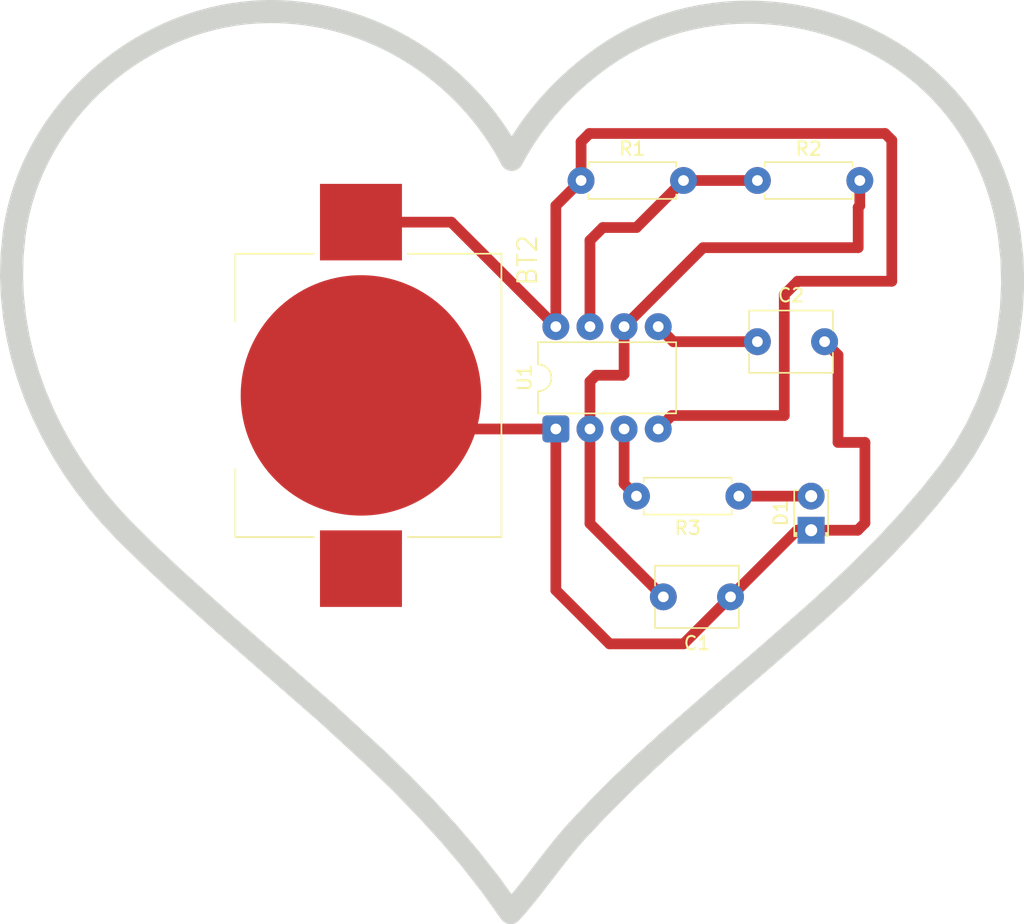
<source format=kicad_pcb>
(kicad_pcb (version 20241229) (generator "pcbnew") (generator_version "9.0")
  (layers (0 "F.Cu" signal) (2 "B.Cu" signal) (13 "F.Paste" user) (15 "B.Paste" user) (5 "F.SilkS" user "F.Silkscreen") (7 "B.SilkS" user "B.Silkscreen") (1 "F.Mask" user) (3 "B.Mask" user) (25 "Edge.Cuts" user))
  (net 0 "")
  (net 1 "GND")
  (net 2 "+3V0")
  (net 3 "Net-(U1-THR)")
  (net 4 "Net-(U1-CV)")
  (net 5 "Net-(D1-A)")
  (net 6 "Net-(U1-DIS)")
  (net 7 "Net-(U1-Q)")
  (footprint "Capacitor_THT:C_Disc_D6.0mm_W4.4mm_P5.00mm" (layer "F.Cu") (at 143 87.5)
    (property "Reference" "C2" (at 2.5 -3.45 0) (layer "F.SilkS"))
    (property "Value" "10n")
    (fp_line (start -0.62 -2.32) (end 5.62 -2.32) (stroke (width 0.12)) (layer "F.SilkS"))
    (fp_line (start -0.62 -0.835) (end -0.62 -2.32) (stroke (width 0.12)) (layer "F.SilkS"))
    (fp_line (start -0.62 2.32) (end -0.62 0.835) (stroke (width 0.12)) (layer "F.SilkS"))
    (fp_line (start 5.62 -2.32) (end 5.62 -0.835) (stroke (width 0.12)) (layer "F.SilkS"))
    (fp_line (start 5.62 0.835) (end 5.62 2.32) (stroke (width 0.12)) (layer "F.SilkS"))
    (fp_line (start 5.62 2.32) (end -0.62 2.32) (stroke (width 0.12)) (layer "F.SilkS"))
    (pad "1" thru_hole circle (at 0 0) (size 2 2) (drill 0.8) (layers "*.Cu" "*.Mask") (net 4 "Net-(U1-CV)"))
    (pad "2" thru_hole circle (at 5 0) (size 2 2) (drill 0.8) (layers "*.Cu" "*.Mask") (net 1 "GND"))
  )
  (footprint "Resistor_THT:R_Axial_DIN0207_L6.3mm_D2.5mm_P7.62mm_Horizontal" (layer "F.Cu") (at 129.88 75.5)
    (property "Reference" "R1" (at 3.81 -2.37 0) (layer "F.SilkS"))
    (property "Value" "R")
    (fp_line (start 0.54 -1.37) (end 7.08 -1.37) (stroke (width 0.12)) (layer "F.SilkS"))
    (fp_line (start 0.54 -1.04) (end 0.54 -1.37) (stroke (width 0.12)) (layer "F.SilkS"))
    (fp_line (start 0.54 1.04) (end 0.54 1.37) (stroke (width 0.12)) (layer "F.SilkS"))
    (fp_line (start 0.54 1.37) (end 7.08 1.37) (stroke (width 0.12)) (layer "F.SilkS"))
    (fp_line (start 7.08 -1.37) (end 7.08 -1.04) (stroke (width 0.12)) (layer "F.SilkS"))
    (fp_line (start 7.08 1.37) (end 7.08 1.04) (stroke (width 0.12)) (layer "F.SilkS"))
    (pad "1" thru_hole circle (at 0 0) (size 2 2) (drill 0.8) (layers "*.Cu" "*.Mask") (net 2 "+3V0"))
    (pad "2" thru_hole circle (at 7.62 0) (size 2 2) (drill 0.8) (layers "*.Cu" "*.Mask") (net 6 "Net-(U1-DIS)"))
  )
  (footprint "Resistor_THT:R_Axial_DIN0207_L6.3mm_D2.5mm_P7.62mm_Horizontal" (layer "F.Cu") (at 143 75.5)
    (property "Reference" "R2" (at 3.81 -2.37 0) (layer "F.SilkS"))
    (property "Value" "R")
    (fp_line (start 0.54 -1.37) (end 7.08 -1.37) (stroke (width 0.12)) (layer "F.SilkS"))
    (fp_line (start 0.54 -1.04) (end 0.54 -1.37) (stroke (width 0.12)) (layer "F.SilkS"))
    (fp_line (start 0.54 1.04) (end 0.54 1.37) (stroke (width 0.12)) (layer "F.SilkS"))
    (fp_line (start 0.54 1.37) (end 7.08 1.37) (stroke (width 0.12)) (layer "F.SilkS"))
    (fp_line (start 7.08 -1.37) (end 7.08 -1.04) (stroke (width 0.12)) (layer "F.SilkS"))
    (fp_line (start 7.08 1.37) (end 7.08 1.04) (stroke (width 0.12)) (layer "F.SilkS"))
    (pad "1" thru_hole circle (at 0 0) (size 2 2) (drill 0.8) (layers "*.Cu" "*.Mask") (net 6 "Net-(U1-DIS)"))
    (pad "2" thru_hole circle (at 7.62 0) (size 2 2) (drill 0.8) (layers "*.Cu" "*.Mask") (net 3 "Net-(U1-THR)"))
  )
  (footprint "Capacitor_THT:C_Disc_D6.0mm_W4.4mm_P5.00mm" (layer "F.Cu") (at 141 106.5 180)
    (property "Reference" "C1" (at 2.5 -3.45 0) (layer "F.SilkS"))
    (property "Value" "C")
    (fp_line (start 5.62 2.32) (end -0.62 2.32) (stroke (width 0.12)) (layer "F.SilkS"))
    (fp_line (start 5.62 0.835) (end 5.62 2.32) (stroke (width 0.12)) (layer "F.SilkS"))
    (fp_line (start 5.62 -2.32) (end 5.62 -0.835) (stroke (width 0.12)) (layer "F.SilkS"))
    (fp_line (start -0.62 2.32) (end -0.62 0.835) (stroke (width 0.12)) (layer "F.SilkS"))
    (fp_line (start -0.62 -0.835) (end -0.62 -2.32) (stroke (width 0.12)) (layer "F.SilkS"))
    (fp_line (start -0.62 -2.32) (end 5.62 -2.32) (stroke (width 0.12)) (layer "F.SilkS"))
    (pad "1" thru_hole circle (at 0 0 180) (size 2 2) (drill 0.8) (layers "*.Cu" "*.Mask") (net 1 "GND"))
    (pad "2" thru_hole circle (at 5 0 180) (size 2 2) (drill 0.8) (layers "*.Cu" "*.Mask") (net 3 "Net-(U1-THR)"))
  )
  (footprint "LED_THT:LED_D1.8mm_W3.3mm_H2.4mm" (layer "F.Cu") (at 147 101.54 90)
    (property "Reference" "D1" (at 1.27 -2.26 90) (layer "F.SilkS"))
    (property "Value" "LED")
    (fp_line (start 2.98 -1.26) (end 2.98 -0.986) (stroke (width 0.12)) (layer "F.SilkS"))
    (fp_line (start -0.2 -1.26) (end -0.2 -1.08) (stroke (width 0.12)) (layer "F.SilkS"))
    (fp_line (start -0.32 -1.26) (end -0.32 -1.08) (stroke (width 0.12)) (layer "F.SilkS"))
    (fp_line (start -0.44 -1.26) (end 2.98 -1.26) (stroke (width 0.12)) (layer "F.SilkS"))
    (fp_line (start -0.44 -1.08) (end -0.44 -1.26) (stroke (width 0.12)) (layer "F.SilkS"))
    (fp_line (start 2.98 0.986) (end 2.98 1.26) (stroke (width 0.12)) (layer "F.SilkS"))
    (fp_line (start -0.2 1.08) (end -0.2 1.26) (stroke (width 0.12)) (layer "F.SilkS"))
    (fp_line (start -0.32 1.08) (end -0.32 1.26) (stroke (width 0.12)) (layer "F.SilkS"))
    (fp_line (start 2.98 1.26) (end -0.44 1.26) (stroke (width 0.12)) (layer "F.SilkS"))
    (fp_line (start -0.44 1.26) (end -0.44 1.08) (stroke (width 0.12)) (layer "F.SilkS"))
    (pad "1" thru_hole rect (at 0 0 90) (size 2 2) (drill 0.9) (layers "*.Cu" "*.Mask") (net 1 "GND"))
    (pad "2" thru_hole circle (at 2.54 0 90) (size 2 2) (drill 0.9) (layers "*.Cu" "*.Mask") (net 5 "Net-(D1-A)"))
  )
  (footprint "Resistor_THT:R_Axial_DIN0207_L6.3mm_D2.5mm_P7.62mm_Horizontal" (layer "F.Cu") (at 141.62 99 180)
    (property "Reference" "R3" (at 3.81 -2.37 0) (layer "F.SilkS"))
    (property "Value" "R")
    (fp_line (start 7.08 1.37) (end 7.08 1.04) (stroke (width 0.12)) (layer "F.SilkS"))
    (fp_line (start 7.08 -1.37) (end 7.08 -1.04) (stroke (width 0.12)) (layer "F.SilkS"))
    (fp_line (start 0.54 1.37) (end 7.08 1.37) (stroke (width 0.12)) (layer "F.SilkS"))
    (fp_line (start 0.54 1.04) (end 0.54 1.37) (stroke (width 0.12)) (layer "F.SilkS"))
    (fp_line (start 0.54 -1.04) (end 0.54 -1.37) (stroke (width 0.12)) (layer "F.SilkS"))
    (fp_line (start 0.54 -1.37) (end 7.08 -1.37) (stroke (width 0.12)) (layer "F.SilkS"))
    (pad "1" thru_hole circle (at 0 0 180) (size 2 2) (drill 0.8) (layers "*.Cu" "*.Mask") (net 5 "Net-(D1-A)"))
    (pad "2" thru_hole circle (at 7.62 0 180) (size 2 2) (drill 0.8) (layers "*.Cu" "*.Mask") (net 7 "Net-(U1-Q)"))
  )
  (footprint "Package_DIP:DIP-8_W7.62mm" (layer "F.Cu") (at 128 94 90)
    (property "Reference" "U1" (at 3.81 -2.33 90) (layer "F.SilkS"))
    (property "Value" "TLC555xP")
    (fp_line (start 6.46 -1.33) (end 4.81 -1.33) (stroke (width 0.12)) (layer "F.SilkS"))
    (fp_line (start 2.81 -1.33) (end 1.16 -1.33) (stroke (width 0.12)) (layer "F.SilkS"))
    (fp_line (start 1.16 -1.33) (end 1.16 8.95) (stroke (width 0.12)) (layer "F.SilkS"))
    (fp_line (start 6.46 8.95) (end 6.46 -1.33) (stroke (width 0.12)) (layer "F.SilkS"))
    (fp_line (start 1.16 8.95) (end 6.46 8.95) (stroke (width 0.12)) (layer "F.SilkS"))
    (fp_arc (start 4.81 -1.33) (mid 3.81 -0.33) (end 2.81 -1.33) (stroke (width 0.12)) (layer "F.SilkS"))
    (pad "1" thru_hole roundrect (at 0 0 90) (size 2 2) (drill 0.8) (layers "*.Cu" "*.Mask") (roundrect_rratio 0.15625) (net 1 "GND"))
    (pad "2" thru_hole circle (at 0 2.54 90) (size 2 2) (drill 0.8) (layers "*.Cu" "*.Mask") (net 3 "Net-(U1-THR)"))
    (pad "3" thru_hole circle (at 0 5.08 90) (size 2 2) (drill 0.8) (layers "*.Cu" "*.Mask") (net 7 "Net-(U1-Q)"))
    (pad "4" thru_hole circle (at 0 7.62 90) (size 2 2) (drill 0.8) (layers "*.Cu" "*.Mask") (net 2 "+3V0"))
    (pad "5" thru_hole circle (at 7.62 7.62 90) (size 2 2) (drill 0.8) (layers "*.Cu" "*.Mask") (net 4 "Net-(U1-CV)"))
    (pad "6" thru_hole circle (at 7.62 5.08 90) (size 2 2) (drill 0.8) (layers "*.Cu" "*.Mask") (net 3 "Net-(U1-THR)"))
    (pad "7" thru_hole circle (at 7.62 2.54 90) (size 2 2) (drill 0.8) (layers "*.Cu" "*.Mask") (net 6 "Net-(U1-DIS)"))
    (pad "8" thru_hole circle (at 7.62 0 90) (size 2 2) (drill 0.8) (layers "*.Cu" "*.Mask") (net 2 "+3V0"))
  )
  (footprint "BAT-HLD-003-SMT:BAT_BAT-HLD-003-SMT" (layer "F.Cu") (at 113.5 91.5 -90)
    (property "Reference" "BT2" (at -10.055 -12.389 90) (layer "F.SilkS") (effects (font (size 1.4 1.4))))
    (property "Value" "BAT-HLD-003-SMT")
    (fp_line (start -10.55 9.35) (end -5.5 9.35) (stroke (width 0.127)) (layer "F.SilkS"))
    (fp_line (start 5.5 9.35) (end 10.55 9.35) (stroke (width 0.127)) (layer "F.SilkS"))
    (fp_line (start 10.55 9.35) (end 10.55 3.5) (stroke (width 0.127)) (layer "F.SilkS"))
    (fp_line (start -10.55 3.5) (end -10.55 9.35) (stroke (width 0.127)) (layer "F.SilkS"))
    (fp_line (start -10.55 -3.5) (end -10.55 -10.45) (stroke (width 0.127)) (layer "F.SilkS"))
    (fp_line (start -10.55 -10.45) (end 10.55 -10.45) (stroke (width 0.127)) (layer "F.SilkS"))
    (fp_line (start 10.55 -10.45) (end 10.55 -3.5) (stroke (width 0.127)) (layer "F.SilkS"))
    (pad "N" smd circle (at 0 0 270) (size 17.9 17.9) (layers "F.Cu" "F.Mask") (net 1 "GND"))
    (pad "P1" smd rect (at -12.9 0 270) (size 5.7 6.1) (layers "F.Cu" "F.Mask" "F.Paste") (net 2 "+3V0"))
    (pad "P2" smd rect (at 12.9 0 270) (size 5.7 6.1) (layers "F.Cu" "F.Mask" "F.Paste") (net 2 "+3V0"))
  )
  (gr_poly (pts (xy 106.631977 62.920683) (xy 106.631963 62.920683) (xy 106.631981 62.920683)) (stroke (width 1.719791)) (fill no) (layer "Edge.Cuts"))
  (gr_poly (pts (xy 107.341354 62.927688) (xy 108.047022 62.960645) (xy 108.74841 63.019132) (xy 109.444959 63.10273) (xy 110.136113 63.21102) (xy 110.821313 63.343583) (xy 111.5 63.5) (xy 112.171619 63.679849) (xy 112.835609 63.882714) (xy 113.491415 64.108173) (xy 114.138477 64.355807) (xy 114.776238 64.625198) (xy 115.40414 64.915925) (xy 116.021625 65.22757) (xy 116.628136 65.559712) (xy 117.223114 65.911933) (xy 117.806001 66.283813) (xy 118.376241 66.674932) (xy 118.933274 67.084871) (xy 119.476544 67.513211) (xy 120.005492 67.959532) (xy 120.51956 68.423415) (xy 121.01819 68.90444) (xy 121.500825 69.402189) (xy 121.966907 69.916241) (xy 122.415878 70.446177) (xy 122.847179 70.991577) (xy 123.260254 71.552023) (xy 123.654545 72.127095) (xy 124.029492 72.716374) (xy 124.38454 73.319439) (xy 124.719129 73.935872) (xy 125.029059 73.364739) (xy 125.357651 72.804798) (xy 125.704295 72.256267) (xy 126.068378 71.719358) (xy 126.44929 71.194289) (xy 126.846418 70.681273) (xy 127.259152 70.180526) (xy 127.686879 69.692263) (xy 128.128988 69.216698) (xy 128.584868 68.754048) (xy 129.053908 68.304527) (xy 129.535495 67.86835) (xy 130.029018 67.445733) (xy 130.533865 67.036889) (xy 131.049426 66.642036) (xy 131.575089 66.261387) (xy 132.31487 65.768619) (xy 133.074972 65.316655) (xy 133.853748 64.905237) (xy 134.649551 64.534105) (xy 135.460732 64.202999) (xy 136.285645 63.911659) (xy 137.12264 63.659826) (xy 137.970071 63.44724) (xy 138.82629 63.273643) (xy 139.689649 63.138773) (xy 140.558501 63.042372) (xy 141.431198 62.984179) (xy 142.306092 62.963937) (xy 143.181536 62.981384) (xy 144.055881 63.036261) (xy 144.927481 63.128309) (xy 145.794688 63.257268) (xy 146.655854 63.422879) (xy 147.50933 63.624881) (xy 148.353471 63.863016) (xy 149.186627 64.137024) (xy 150.007152 64.446644) (xy 150.813398 64.791619) (xy 151.603716 65.171687) (xy 152.37646 65.58659) (xy 153.129981 66.036068) (xy 153.862633 66.519861) (xy 154.572766 67.03771) (xy 155.258735 67.589355) (xy 155.91889 68.174536) (xy 156.551585 68.792994) (xy 157.155171 69.44447) (xy 157.766843 70.176128) (xy 158.335445 70.932411) (xy 158.861375 71.711712) (xy 159.345031 72.512424) (xy 159.786812 73.332939) (xy 160.187114 74.171651) (xy 160.546337 75.026953) (xy 160.864878 75.897237) (xy 161.143135 76.780897) (xy 161.381507 77.676325) (xy 161.580391 78.581914) (xy 161.740185 79.496058) (xy 161.944098 81.343581) (xy 161.996428 83.206036) (xy 161.90036 85.070568) (xy 161.659079 86.92432) (xy 161.275769 88.754436) (xy 160.753614 90.548058) (xy 160.095798 92.292331) (xy 159.305506 93.974399) (xy 158.385922 95.581404) (xy 157.34023 97.100491) (xy 155.836553 99.005626) (xy 154.259394 100.839218) (xy 152.617794 102.610168) (xy 150.920792 104.327379) (xy 149.17743 105.999751) (xy 147.396748 107.636186) (xy 143.759585 110.836854) (xy 140.081625 114.000595) (xy 136.435193 117.198623) (xy 134.646401 118.832748) (xy 132.892611 120.502151) (xy 131.182866 122.215732) (xy 129.526204 123.982393) (xy 129.207302 124.342072) (xy 128.889119 124.714856) (xy 128.255783 125.490466) (xy 127.627948 126.290679) (xy 127.007364 127.096946) (xy 126.395783 127.890725) (xy 125.794955 128.653467) (xy 125.206631 129.366627) (xy 124.917706 129.698819) (xy 124.632563 130.01166) (xy 123.154679 127.941319) (xy 121.593073 125.949404) (xy 119.956655 124.027562) (xy 118.254339 122.167437) (xy 116.495035 120.360675) (xy 114.687656 118.598921) (xy 110.96432 115.177019) (xy 103.332862 108.505708) (xy 99.567331 105.122625) (xy 97.728306 103.389985) (xy 95.930325 101.618807) (xy 94.882828 100.507761) (xy 93.88899 99.345625) (xy 92.952518 98.13565) (xy 92.077123 96.881086) (xy 91.266511 95.585185) (xy 90.524392 94.251197) (xy 89.854474 92.882374) (xy 89.260465 91.481967) (xy 88.746073 90.053226) (xy 88.315008 88.599402) (xy 87.970978 87.123747) (xy 87.717691 85.629512) (xy 87.558855 84.119948) (xy 87.498179 82.598305) (xy 87.539372 81.067834) (xy 87.686141 79.531787) (xy 87.820166 78.672812) (xy 87.995617 77.826039) (xy 88.211307 76.99244) (xy 88.466048 76.172988) (xy 88.758653 75.368656) (xy 89.087933 74.580416) (xy 89.452702 73.80924) (xy 89.851771 73.056102) (xy 90.283954 72.321974) (xy 90.748062 71.607828) (xy 91.242909 70.914637) (xy 91.767306 70.243374) (xy 92.320066 69.595011) (xy 92.900001 68.970521) (xy 93.505924 68.370876) (xy 94.136647 67.797049) (xy 94.790983 67.250013) (xy 95.467744 66.730739) (xy 96.165742 66.240202) (xy 96.88379 65.779372) (xy 97.6207 65.349224) (xy 98.375286 64.950729) (xy 99.146358 64.584859) (xy 99.93273 64.252589) (xy 100.733214 63.95489) (xy 101.546622 63.692734) (xy 102.371767 63.467095) (xy 103.207462 63.278944) (xy 104.052518 63.129255) (xy 104.905748 63.019) (xy 105.765965 62.949152) (xy 106.631977 62.920683)) (stroke (width 1.719791)) (fill no) (layer "Edge.Cuts"))
  (segment (start 147 101.54) (end 145.96 101.54) (width 0.8) (layer "F.Cu") (net 1))
  (segment (start 149 95) (end 151 95) (width 0.8) (layer "F.Cu") (net 1))
  (segment (start 141 106.5) (end 137.5 110) (width 0.8) (layer "F.Cu") (net 1))
  (segment (start 116 94) (end 113.5 91.5) (width 0.8) (layer "F.Cu") (net 1))
  (segment (start 128 94) (end 116 94) (width 0.8) (layer "F.Cu") (net 1))
  (segment (start 150.46 101.54) (end 147 101.54) (width 0.8) (layer "F.Cu") (net 1))
  (segment (start 148 87.5) (end 149 88.5) (width 0.8) (layer "F.Cu") (net 1))
  (segment (start 137.5 110) (end 132 110) (width 0.8) (layer "F.Cu") (net 1))
  (segment (start 132 110) (end 128 106) (width 0.8) (layer "F.Cu") (net 1))
  (segment (start 128 106) (end 128 94) (width 0.8) (layer "F.Cu") (net 1))
  (segment (start 151 95) (end 151 101) (width 0.8) (layer "F.Cu") (net 1))
  (segment (start 145.96 101.54) (end 141 106.5) (width 0.8) (layer "F.Cu") (net 1))
  (segment (start 151 101) (end 150.46 101.54) (width 0.8) (layer "F.Cu") (net 1))
  (segment (start 149 88.5) (end 149 95) (width 0.8) (layer "F.Cu") (net 1))
  (segment (start 129.88 75.5) (end 128 77.38) (width 0.8) (layer "F.Cu") (net 2))
  (segment (start 146 83) (end 145 84) (width 0.8) (layer "F.Cu") (net 2))
  (segment (start 153 83) (end 146 83) (width 0.8) (layer "F.Cu") (net 2))
  (segment (start 130.5 72) (end 152.5 72) (width 0.8) (layer "F.Cu") (net 2))
  (segment (start 153 72.5) (end 153 83) (width 0.8) (layer "F.Cu") (net 2))
  (segment (start 120.22 78.6) (end 128 86.38) (width 0.8) (layer "F.Cu") (net 2))
  (segment (start 136.62 93) (end 145 93) (width 0.8) (layer "F.Cu") (net 2))
  (segment (start 113.5 104.4) (end 113.5 105) (width 0.8) (layer "F.Cu") (net 2))
  (segment (start 135.62 94) (end 136.62 93) (width 0.8) (layer "F.Cu") (net 2))
  (segment (start 145 93) (end 145 84) (width 0.8) (layer "F.Cu") (net 2))
  (segment (start 129.88 72.62) (end 130.5 72) (width 0.8) (layer "F.Cu") (net 2))
  (segment (start 113.5 104.4) (end 115.1 106) (width 0.8) (layer "F.Cu") (net 2))
  (segment (start 113.5 78.6) (end 120.22 78.6) (width 0.8) (layer "F.Cu") (net 2))
  (segment (start 128 77.38) (end 128 86.38) (width 0.8) (layer "F.Cu") (net 2))
  (segment (start 152.5 72) (end 153 72.5) (width 0.8) (layer "F.Cu") (net 2))
  (segment (start 129.88 75.5) (end 129.88 72.62) (width 0.8) (layer "F.Cu") (net 2))
  (segment (start 130.54 94) (end 130.54 101.04) (width 0.8) (layer "F.Cu") (net 3))
  (segment (start 150.5 77.5) (end 150.62 77.38) (width 0.8) (layer "F.Cu") (net 3))
  (segment (start 131 90) (end 130.54 90.46) (width 0.8) (layer "F.Cu") (net 3))
  (segment (start 130.54 90.46) (end 130.54 94) (width 0.8) (layer "F.Cu") (net 3))
  (segment (start 133.08 89.92) (end 133 90) (width 0.8) (layer "F.Cu") (net 3))
  (segment (start 150.5 80.5) (end 150.5 77.5) (width 0.8) (layer "F.Cu") (net 3))
  (segment (start 138.96 80.5) (end 150.5 80.5) (width 0.8) (layer "F.Cu") (net 3))
  (segment (start 150.62 77.38) (end 150.62 75.5) (width 0.8) (layer "F.Cu") (net 3))
  (segment (start 133.08 86.38) (end 133.08 89.92) (width 0.8) (layer "F.Cu") (net 3))
  (segment (start 133 90) (end 131 90) (width 0.8) (layer "F.Cu") (net 3))
  (segment (start 133.08 86.38) (end 138.96 80.5) (width 0.8) (layer "F.Cu") (net 3))
  (segment (start 130.54 101.04) (end 136 106.5) (width 0.8) (layer "F.Cu") (net 3))
  (segment (start 136.74 87.5) (end 135.62 86.38) (width 0.8) (layer "F.Cu") (net 4))
  (segment (start 143 87.5) (end 136.74 87.5) (width 0.8) (layer "F.Cu") (net 4))
  (segment (start 141.62 99) (end 147 99) (width 0.8) (layer "F.Cu") (net 5))
  (segment (start 131.5 79) (end 134 79) (width 0.8) (layer "F.Cu") (net 6))
  (segment (start 137.5 75.5) (end 143 75.5) (width 0.8) (layer "F.Cu") (net 6))
  (segment (start 134 79) (end 137.5 75.5) (width 0.8) (layer "F.Cu") (net 6))
  (segment (start 130.54 86.38) (end 130.54 79.96) (width 0.8) (layer "F.Cu") (net 6))
  (segment (start 130.54 79.96) (end 131.5 79) (width 0.8) (layer "F.Cu") (net 6))
  (segment (start 133.08 98.08) (end 134 99) (width 0.8) (layer "F.Cu") (net 7))
  (segment (start 133.08 94) (end 133.08 98.08) (width 0.8) (layer "F.Cu") (net 7))
)
</source>
